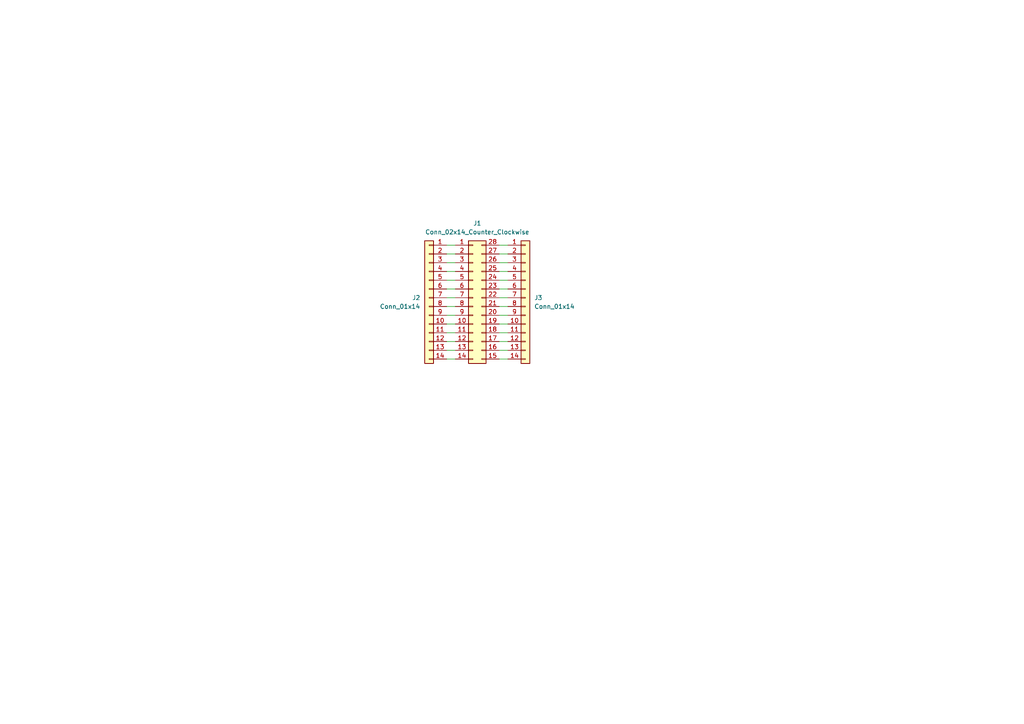
<source format=kicad_sch>
(kicad_sch (version 20231120) (generator "eeschema") (generator_version "8.0")
  (paper "A4")
  (lib_symbols
    (symbol "Connector_Generic:Conn_01x14" (pin_names (offset 1.016) hide)
      (property "Reference" "J" (at 0 17.78 0))
      (property "Value" "Conn_01x14" (at 0 -20.32 0))
      (symbol "Conn_01x14_1_1"
        (rectangle (start -1.27 -17.653) (end 0 -17.907) (stroke (width 0.1524)))
        (rectangle (start -1.27 -15.113) (end 0 -15.367) (stroke (width 0.1524)))
        (rectangle (start -1.27 -12.573) (end 0 -12.827) (stroke (width 0.1524)))
        (rectangle (start -1.27 -10.033) (end 0 -10.287) (stroke (width 0.1524)))
        (rectangle (start -1.27 -7.493) (end 0 -7.747) (stroke (width 0.1524)))
        (rectangle (start -1.27 -4.953) (end 0 -5.207) (stroke (width 0.1524)))
        (rectangle (start -1.27 -2.413) (end 0 -2.667) (stroke (width 0.1524)))
        (rectangle (start -1.27 0.127) (end 0 -0.127) (stroke (width 0.1524)))
        (rectangle (start -1.27 2.667) (end 0 2.413) (stroke (width 0.1524)))
        (rectangle (start -1.27 5.207) (end 0 4.953) (stroke (width 0.1524)))
        (rectangle (start -1.27 7.747) (end 0 7.493) (stroke (width 0.1524)))
        (rectangle (start -1.27 10.287) (end 0 10.033) (stroke (width 0.1524)))
        (rectangle (start -1.27 12.827) (end 0 12.573) (stroke (width 0.1524)))
        (rectangle (start -1.27 15.367) (end 0 15.113) (stroke (width 0.1524)))
        (rectangle (start -1.27 16.51) (end 1.27 -19.05) (stroke (width 0.254)) (fill (type background)))
        (pin passive line (at -5.08 15.24 0) (length 3.81) (name "Pin_1") (number "1"))
        (pin passive line (at -5.08 -7.62 0) (length 3.81) (name "Pin_10") (number "10"))
        (pin passive line (at -5.08 -10.16 0) (length 3.81) (name "Pin_11") (number "11"))
        (pin passive line (at -5.08 -12.7 0) (length 3.81) (name "Pin_12") (number "12"))
        (pin passive line (at -5.08 -15.24 0) (length 3.81) (name "Pin_13") (number "13"))
        (pin passive line (at -5.08 -17.78 0) (length 3.81) (name "Pin_14") (number "14"))
        (pin passive line (at -5.08 12.7 0) (length 3.81) (name "Pin_2") (number "2"))
        (pin passive line (at -5.08 10.16 0) (length 3.81) (name "Pin_3") (number "3"))
        (pin passive line (at -5.08 7.62 0) (length 3.81) (name "Pin_4") (number "4"))
        (pin passive line (at -5.08 5.08 0) (length 3.81) (name "Pin_5") (number "5"))
        (pin passive line (at -5.08 2.54 0) (length 3.81) (name "Pin_6") (number "6"))
        (pin passive line (at -5.08 0 0) (length 3.81) (name "Pin_7") (number "7"))
        (pin passive line (at -5.08 -2.54 0) (length 3.81) (name "Pin_8") (number "8"))
        (pin passive line (at -5.08 -5.08 0) (length 3.81) (name "Pin_9") (number "9"))
      )
    )
    (symbol "Connector_Generic:Conn_02x14_Counter_Clockwise" (pin_names (offset 1.016) hide)
      (property "Reference" "J" (at 1.27 17.78 0))
      (property "Value" "Conn_02x14_Counter_Clockwise" (at 1.27 -20.32 0))
      (symbol "Conn_02x14_Counter_Clockwise_1_1"
        (rectangle (start -1.27 -17.653) (end 0 -17.907) (stroke (width 0.1524)))
        (rectangle (start -1.27 -15.113) (end 0 -15.367) (stroke (width 0.1524)))
        (rectangle (start -1.27 -12.573) (end 0 -12.827) (stroke (width 0.1524)))
        (rectangle (start -1.27 -10.033) (end 0 -10.287) (stroke (width 0.1524)))
        (rectangle (start -1.27 -7.493) (end 0 -7.747) (stroke (width 0.1524)))
        (rectangle (start -1.27 -4.953) (end 0 -5.207) (stroke (width 0.1524)))
        (rectangle (start -1.27 -2.413) (end 0 -2.667) (stroke (width 0.1524)))
        (rectangle (start -1.27 0.127) (end 0 -0.127) (stroke (width 0.1524)))
        (rectangle (start -1.27 2.667) (end 0 2.413) (stroke (width 0.1524)))
        (rectangle (start -1.27 5.207) (end 0 4.953) (stroke (width 0.1524)))
        (rectangle (start -1.27 7.747) (end 0 7.493) (stroke (width 0.1524)))
        (rectangle (start -1.27 10.287) (end 0 10.033) (stroke (width 0.1524)))
        (rectangle (start -1.27 12.827) (end 0 12.573) (stroke (width 0.1524)))
        (rectangle (start -1.27 15.367) (end 0 15.113) (stroke (width 0.1524)))
        (rectangle (start -1.27 16.51) (end 3.81 -19.05) (stroke (width 0.254)) (fill (type background)))
        (rectangle (start 3.81 -17.653) (end 2.54 -17.907) (stroke (width 0.1524)))
        (rectangle (start 3.81 -15.113) (end 2.54 -15.367) (stroke (width 0.1524)))
        (rectangle (start 3.81 -12.573) (end 2.54 -12.827) (stroke (width 0.1524)))
        (rectangle (start 3.81 -10.033) (end 2.54 -10.287) (stroke (width 0.1524)))
        (rectangle (start 3.81 -7.493) (end 2.54 -7.747) (stroke (width 0.1524)))
        (rectangle (start 3.81 -4.953) (end 2.54 -5.207) (stroke (width 0.1524)))
        (rectangle (start 3.81 -2.413) (end 2.54 -2.667) (stroke (width 0.1524)))
        (rectangle (start 3.81 0.127) (end 2.54 -0.127) (stroke (width 0.1524)))
        (rectangle (start 3.81 2.667) (end 2.54 2.413) (stroke (width 0.1524)))
        (rectangle (start 3.81 5.207) (end 2.54 4.953) (stroke (width 0.1524)))
        (rectangle (start 3.81 7.747) (end 2.54 7.493) (stroke (width 0.1524)))
        (rectangle (start 3.81 10.287) (end 2.54 10.033) (stroke (width 0.1524)))
        (rectangle (start 3.81 12.827) (end 2.54 12.573) (stroke (width 0.1524)))
        (rectangle (start 3.81 15.367) (end 2.54 15.113) (stroke (width 0.1524)))
        (pin passive line (at -5.08 15.24 0) (length 3.81) (name "Pin_1") (number "1"))
        (pin passive line (at -5.08 -7.62 0) (length 3.81) (name "Pin_10") (number "10"))
        (pin passive line (at -5.08 -10.16 0) (length 3.81) (name "Pin_11") (number "11"))
        (pin passive line (at -5.08 -12.7 0) (length 3.81) (name "Pin_12") (number "12"))
        (pin passive line (at -5.08 -15.24 0) (length 3.81) (name "Pin_13") (number "13"))
        (pin passive line (at -5.08 -17.78 0) (length 3.81) (name "Pin_14") (number "14"))
        (pin passive line (at 7.62 -17.78 180) (length 3.81) (name "Pin_15") (number "15"))
        (pin passive line (at 7.62 -15.24 180) (length 3.81) (name "Pin_16") (number "16"))
        (pin passive line (at 7.62 -12.7 180) (length 3.81) (name "Pin_17") (number "17"))
        (pin passive line (at 7.62 -10.16 180) (length 3.81) (name "Pin_18") (number "18"))
        (pin passive line (at 7.62 -7.62 180) (length 3.81) (name "Pin_19") (number "19"))
        (pin passive line (at -5.08 12.7 0) (length 3.81) (name "Pin_2") (number "2"))
        (pin passive line (at 7.62 -5.08 180) (length 3.81) (name "Pin_20") (number "20"))
        (pin passive line (at 7.62 -2.54 180) (length 3.81) (name "Pin_21") (number "21"))
        (pin passive line (at 7.62 0 180) (length 3.81) (name "Pin_22") (number "22"))
        (pin passive line (at 7.62 2.54 180) (length 3.81) (name "Pin_23") (number "23"))
        (pin passive line (at 7.62 5.08 180) (length 3.81) (name "Pin_24") (number "24"))
        (pin passive line (at 7.62 7.62 180) (length 3.81) (name "Pin_25") (number "25"))
        (pin passive line (at 7.62 10.16 180) (length 3.81) (name "Pin_26") (number "26"))
        (pin passive line (at 7.62 12.7 180) (length 3.81) (name "Pin_27") (number "27"))
        (pin passive line (at 7.62 15.24 180) (length 3.81) (name "Pin_28") (number "28"))
        (pin passive line (at -5.08 10.16 0) (length 3.81) (name "Pin_3") (number "3"))
        (pin passive line (at -5.08 7.62 0) (length 3.81) (name "Pin_4") (number "4"))
        (pin passive line (at -5.08 5.08 0) (length 3.81) (name "Pin_5") (number "5"))
        (pin passive line (at -5.08 2.54 0) (length 3.81) (name "Pin_6") (number "6"))
        (pin passive line (at -5.08 0 0) (length 3.81) (name "Pin_7") (number "7"))
        (pin passive line (at -5.08 -2.54 0) (length 3.81) (name "Pin_8") (number "8"))
        (pin passive line (at -5.08 -5.08 0) (length 3.81) (name "Pin_9") (number "9"))
      )
    )
  )
  (wire (pts (xy 144.78 76.2) (xy 147.32 76.2)))
  (wire (pts (xy 129.54 101.6) (xy 132.08 101.6)))
  (wire (pts (xy 144.78 91.44) (xy 147.32 91.44)))
  (wire (pts (xy 129.54 99.06) (xy 132.08 99.06)))
  (wire (pts (xy 144.78 86.36) (xy 147.32 86.36)))
  (wire (pts (xy 144.78 73.66) (xy 147.32 73.66)))
  (wire (pts (xy 129.54 78.74) (xy 132.08 78.74)))
  (wire (pts (xy 129.54 73.66) (xy 132.08 73.66)))
  (wire (pts (xy 144.78 81.28) (xy 147.32 81.28)))
  (wire (pts (xy 129.54 76.2) (xy 132.08 76.2)))
  (wire (pts (xy 144.78 83.82) (xy 147.32 83.82)))
  (wire (pts (xy 144.78 96.52) (xy 147.32 96.52)))
  (wire (pts (xy 129.54 86.36) (xy 132.08 86.36)))
  (wire (pts (xy 144.78 99.06) (xy 147.32 99.06)))
  (wire (pts (xy 144.78 88.9) (xy 147.32 88.9)))
  (wire (pts (xy 129.54 81.28) (xy 132.08 81.28)))
  (wire (pts (xy 129.54 71.12) (xy 132.08 71.12)))
  (wire (pts (xy 129.54 93.98) (xy 132.08 93.98)))
  (wire (pts (xy 144.78 71.12) (xy 147.32 71.12)))
  (wire (pts (xy 144.78 78.74) (xy 147.32 78.74)))
  (wire (pts (xy 129.54 91.44) (xy 132.08 91.44)))
  (wire (pts (xy 129.54 83.82) (xy 132.08 83.82)))
  (wire (pts (xy 129.54 104.14) (xy 132.08 104.14)))
  (wire (pts (xy 144.78 101.6) (xy 147.32 101.6)))
  (wire (pts (xy 144.78 93.98) (xy 147.32 93.98)))
  (wire (pts (xy 129.54 96.52) (xy 132.08 96.52)))
  (wire (pts (xy 144.78 104.14) (xy 147.32 104.14)))
  (wire (pts (xy 129.54 88.9) (xy 132.08 88.9)))
  (symbol (lib_id "Connector_Generic:Conn_01x14") (at 124.46 86.36 0) (mirror y) (unit 1)
    (property "Reference" "J2" (at 121.92 86.3599 0) (effects (justify left)))
    (property "Value" "Conn_01x14" (at 121.92 88.8999 0) (effects (justify left)))
    (property "Footprint" "Connector_PinHeader_2.54mm:PinHeader_1x14_P2.54mm_Vertical" (effects (hide yes)))
    (property "Description" "Generic connector, single row, 01x14, script generated (kicad-library-utils/schlib/autogen/connector/)" (effects (hide yes)))
  )
  (symbol (lib_id "Connector_Generic:Conn_01x14") (at 152.4 86.36 0) (unit 1)
    (property "Reference" "J3" (at 154.94 86.3599 0) (effects (justify left)))
    (property "Value" "Conn_01x14" (at 154.94 88.8999 0) (effects (justify left)))
    (property "Footprint" "Connector_PinHeader_2.54mm:PinHeader_1x14_P2.54mm_Vertical" (effects (hide yes)))
    (property "Description" "Generic connector, single row, 01x14, script generated (kicad-library-utils/schlib/autogen/connector/)" (effects (hide yes)))
  )
  (symbol (lib_id "Connector_Generic:Conn_02x14_Counter_Clockwise") (at 137.16 86.36 0) (unit 1)
    (property "Reference" "J1" (at 138.43 64.77 0))
    (property "Value" "Conn_02x14_Counter_Clockwise" (at 138.43 67.31 0))
    (property "Footprint" "JgalakLib:ZIFF Socket - DIP-28 - 15.24mm x 2.54mm" (effects (hide yes)))
    (property "Description" "Generic connector, double row, 02x14, counter clockwise pin numbering scheme (similar to DIP package numbering), script generated (kicad-library-utils/schlib/autogen/connector/)" (effects (hide yes)))
  )
)
</source>
